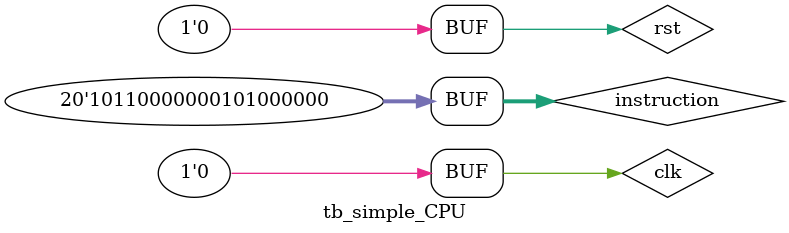
<source format=sv>
`timescale 1ns / 1ps
module tb_simple_CPU;
       
    parameter DATA_WIDTH = 8; //8 bit wide data
    parameter ADDR_BITS = 5; //32 Addresses
    parameter INSTR_WIDTH =20; //20b instruction
   
    reg clk, rst;
    reg [INSTR_WIDTH-1:0] instruction;

    
    simple_cpu  #(DATA_WIDTH,ADDR_BITS,INSTR_WIDTH) SCPU_DUT(clk, rst, instruction);
    	
    initial begin
      //start recording epWave
        $dumpfile("dump.vcd");
        $dumpvars();
      //monitor variables in console
      $monitor("%d   %d   %d   %d", SCPU_DUT.CU1.regfile[0], SCPU_DUT.CU1.regfile[1], SCPU_DUT.CU1.regfile[2], SCPU_DUT.CU1.regfile[3]);
        clk = 1'b0;
        rst = 1'b1;
        instruction = 20'd0;
      repeat(2) #1 clk=!clk;
        rst = 1'b0;
        repeat(2) #1 clk=!clk;
                
                
        /*Info on the simple CPU:
            * Reset sets regfile = [0,1,2,3]
            * ADD = opcode 0, SUB = opcode 1  
        */
            
                                        //ADD:    reg0  = reg1 + reg3   //1+3=4
        //In the instruction this is:    (instr)  (X1)    (X2)   (X3)  
        instruction = 20'b01000111000000000000;
      repeat(8) #1 clk=!clk; //4 rising edges
        
                                        //ADD:    reg1  = reg0 + reg3   //4+3=7
        //In the instruction this is:    (instr)  (X1)    (X2)   (X3)
        instruction = 20'b01010011000000000000;
      repeat(6) #1 clk=!clk; 
                
                                         //SUB:   reg3  = reg0 - reg2  //4-2=2  
       //In the instruction this is:    (instr)  (X1)    (X2)   (X3) 
        instruction = 20'b01110010000000000001;
      repeat(6) #1 clk=!clk;
        
                                         //STORE_R:   DATA_MEM(reg2 + 15) = reg1  //DATA_MEM(2+15)=7  
        //In the instruction this is:    (instr)               (X2)         (X1)
        instruction = 20'b11011000000011110000;
      repeat(6) #1 clk=!clk;
        
                                           //STORE_R:   DATA_MEM(reg3 + 22) = reg0  //DATA_MEM(2+22)= 4  
        //In the instruction this is:    (instr)                 (X2)         (X1)
        instruction = 20'b11001100000101100000;
      repeat(6) #1 clk=!clk;

                                           //LOAD_R:   DATA_MEM(reg2 + 15) = reg3  //reg3 = DATA_MEM(2+15)  -> reg3 becomes 7  
        //In the instruction this is:    (instr)                (X2)         (X1)
        instruction = 20'b10111000000011110000;
      repeat(8) #1 clk=!clk;


      //Additional LOAD_r: DATA_MEM(reg0 + 20) = reg3
      instruction = 20'b10110000000101000000;
      repeat(8) #1 clk=!clk;
    end 
    
endmodule
</source>
